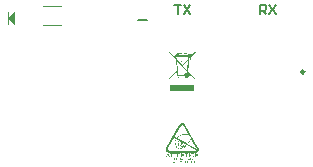
<source format=gto>
G04*
G04 #@! TF.GenerationSoftware,Altium Limited,Altium Designer,22.7.1 (60)*
G04*
G04 Layer_Color=65535*
%FSLAX25Y25*%
%MOIN*%
G70*
G04*
G04 #@! TF.SameCoordinates,1362A066-ECE3-457F-9539-8A17BD865AD3*
G04*
G04*
G04 #@! TF.FilePolarity,Positive*
G04*
G01*
G75*
%ADD10C,0.00984*%
%ADD11C,0.00787*%
%ADD12C,0.00394*%
G36*
X12795Y53150D02*
X15157Y55512D01*
Y50787D01*
X12795Y53150D01*
D02*
G37*
G36*
X75451Y41870D02*
X73673Y40048D01*
X73862D01*
Y39071D01*
X73163D01*
X73031Y37540D01*
X72842Y35426D01*
X75174Y33005D01*
X75000Y32816D01*
X72813Y35076D01*
X72798Y34945D01*
X72900Y34901D01*
X73017Y34828D01*
X73119Y34726D01*
X73192Y34624D01*
X73250Y34507D01*
X73294Y34391D01*
X73323Y34274D01*
X73338Y34128D01*
X73323Y33997D01*
X73279Y33851D01*
X73206Y33691D01*
X73104Y33545D01*
X73002Y33443D01*
X72871Y33355D01*
X72711Y33297D01*
X72579Y33253D01*
X72404D01*
X72229Y33268D01*
X72040Y33326D01*
X71879Y33443D01*
X71763Y33574D01*
X71675Y33691D01*
X71617Y33807D01*
X69897D01*
Y33210D01*
X69342D01*
Y33807D01*
X69270D01*
X69124Y35368D01*
X66631Y32816D01*
X66456Y32991D01*
X69095Y35717D01*
X68978Y36928D01*
X68818Y38604D01*
X68745Y39304D01*
X66281Y41870D01*
X66456Y42045D01*
X68716Y39698D01*
X68657Y40266D01*
X68278D01*
Y40718D01*
X68628D01*
X68613Y40820D01*
X68643Y40879D01*
X68672Y40922D01*
X68730Y40981D01*
X68818Y41054D01*
X68905Y41112D01*
X69007Y41170D01*
X69109Y41214D01*
X69182Y41258D01*
Y41535D01*
X69780D01*
Y41418D01*
X69969Y41447D01*
X70159Y41477D01*
X70334Y41491D01*
X70451D01*
Y41681D01*
X71850D01*
Y41462D01*
X72025Y41447D01*
X72244Y41404D01*
X72448Y41360D01*
X72652Y41302D01*
X72842Y41229D01*
X72973Y41170D01*
X73075Y41097D01*
X73148Y41039D01*
X73177Y41083D01*
X73250Y41127D01*
X73338Y41156D01*
X73440Y41170D01*
X73542Y41156D01*
X73644Y41112D01*
X73716Y41054D01*
X73775Y40952D01*
X73804Y40893D01*
X73819Y40806D01*
X73804Y40733D01*
X73789Y40675D01*
X73760Y40602D01*
X73716Y40558D01*
X73673Y40514D01*
X73629Y40485D01*
X73600Y40456D01*
Y40325D01*
X75262Y42045D01*
X75451Y41870D01*
D02*
G37*
G36*
X74781Y30804D02*
Y30775D01*
Y30746D01*
Y30687D01*
Y30600D01*
Y30498D01*
Y30483D01*
Y30439D01*
Y30381D01*
Y30294D01*
Y30192D01*
Y30075D01*
Y29812D01*
Y29798D01*
Y29754D01*
Y29681D01*
Y29579D01*
Y29360D01*
Y29127D01*
Y29113D01*
Y29083D01*
Y28981D01*
Y28865D01*
Y28836D01*
Y28821D01*
X66806D01*
Y28865D01*
Y28894D01*
Y28952D01*
Y29025D01*
Y29127D01*
Y29142D01*
Y29186D01*
Y29244D01*
Y29331D01*
Y29433D01*
Y29550D01*
Y29812D01*
Y29827D01*
Y29871D01*
Y29944D01*
Y30046D01*
Y30264D01*
Y30498D01*
Y30512D01*
Y30542D01*
Y30600D01*
Y30658D01*
Y30716D01*
Y30775D01*
Y30804D01*
Y30819D01*
X74781D01*
Y30804D01*
D02*
G37*
G36*
X71034Y18164D02*
X71136Y18135D01*
X71253Y18106D01*
X71384Y18048D01*
X71500Y17975D01*
X71632Y17873D01*
X71646Y17858D01*
X71675Y17829D01*
X71748Y17756D01*
X71763Y17741D01*
X71777Y17712D01*
X71836Y17625D01*
X76239Y9999D01*
X76253Y9985D01*
X76268Y9941D01*
X76297Y9854D01*
X76341Y9752D01*
X76370Y9635D01*
X76385Y9489D01*
Y9343D01*
X76370Y9183D01*
Y9168D01*
X76355Y9139D01*
X76341Y9081D01*
X76326Y9023D01*
Y9008D01*
X76312Y8979D01*
X76283Y8935D01*
X76253Y8862D01*
X76239D01*
X76224Y8848D01*
X76195Y8804D01*
X76151Y8731D01*
X76078Y8658D01*
X75991Y8571D01*
X75889Y8483D01*
X75758Y8410D01*
X75612Y8352D01*
X75597D01*
X75554Y8337D01*
X75495Y8323D01*
X75437D01*
X75422Y8308D01*
X75364D01*
X75291Y8294D01*
X66412D01*
X66325Y8308D01*
X66222Y8337D01*
X66091Y8366D01*
X65960Y8425D01*
X65829Y8498D01*
X65697Y8600D01*
X65683Y8614D01*
X65654Y8643D01*
X65581Y8716D01*
X65566Y8731D01*
X65552Y8760D01*
X65493Y8862D01*
X65479Y8877D01*
X65464Y8920D01*
X65435Y8993D01*
X65391Y9095D01*
X65362Y9212D01*
X65348Y9343D01*
Y9489D01*
X65362Y9650D01*
Y9664D01*
X65377Y9708D01*
X65391Y9766D01*
X65406Y9810D01*
Y9825D01*
X65421Y9854D01*
X65450Y9897D01*
X65479Y9956D01*
Y9970D01*
Y9985D01*
X65493D01*
X69882Y17596D01*
Y17610D01*
X69911Y17639D01*
X69969Y17727D01*
X70086Y17858D01*
X70217Y17975D01*
X70246Y17989D01*
X70305Y18018D01*
X70319Y18033D01*
X70349Y18048D01*
X70407Y18077D01*
X70465Y18106D01*
X70553Y18135D01*
X70655Y18150D01*
X70757Y18179D01*
X70946D01*
X71034Y18164D01*
D02*
G37*
G36*
X76239Y6719D02*
X76049D01*
X75320Y7827D01*
Y6719D01*
X75145D01*
Y8119D01*
X75335D01*
X76064Y7025D01*
Y8119D01*
X76239D01*
Y6719D01*
D02*
G37*
G36*
X71588D02*
X71398D01*
X70655Y7827D01*
Y6719D01*
X70480D01*
Y8119D01*
X70669D01*
X71413Y7025D01*
Y8119D01*
X71588D01*
Y6719D01*
D02*
G37*
G36*
X73308D02*
X73119D01*
Y8119D01*
X73308D01*
Y6719D01*
D02*
G37*
G36*
X72900Y7958D02*
X72434D01*
Y6719D01*
X72244D01*
Y7958D01*
X71792D01*
Y8119D01*
X72900D01*
Y7958D01*
D02*
G37*
G36*
X70203D02*
X69372D01*
Y7521D01*
X70144D01*
Y7361D01*
X69372D01*
Y6879D01*
X70232D01*
Y6719D01*
X69182D01*
Y8119D01*
X70203D01*
Y7958D01*
D02*
G37*
G36*
X68993D02*
X68526D01*
Y6719D01*
X68351D01*
Y7958D01*
X67884D01*
Y8119D01*
X68993D01*
Y7958D01*
D02*
G37*
G36*
X67797D02*
X67345D01*
Y6719D01*
X67155D01*
Y7958D01*
X66689D01*
Y8119D01*
X67797D01*
Y7958D01*
D02*
G37*
G36*
X66791Y6719D02*
X66587D01*
X66426Y7142D01*
X65843D01*
X65683Y6719D01*
X65493D01*
X66018Y8119D01*
X66222D01*
X66791Y6719D01*
D02*
G37*
G36*
X74358Y8133D02*
X74475Y8104D01*
X74591Y8046D01*
X74620Y8031D01*
X74679Y7987D01*
X74752Y7900D01*
X74825Y7798D01*
Y7783D01*
X74839Y7769D01*
X74868Y7681D01*
X74897Y7565D01*
X74912Y7419D01*
Y7404D01*
Y7390D01*
X74897Y7288D01*
X74883Y7171D01*
X74825Y7040D01*
X74810Y7011D01*
X74766Y6938D01*
X74679Y6865D01*
X74577Y6792D01*
X74548Y6777D01*
X74475Y6748D01*
X74373Y6719D01*
X74241Y6704D01*
X74212D01*
X74125Y6719D01*
X74008Y6748D01*
X73892Y6792D01*
X73862Y6806D01*
X73804Y6865D01*
X73716Y6938D01*
X73644Y7054D01*
Y7069D01*
X73629Y7083D01*
X73615Y7156D01*
X73585Y7273D01*
X73571Y7404D01*
Y7419D01*
Y7463D01*
X73585Y7521D01*
X73600Y7608D01*
X73658Y7783D01*
X73702Y7871D01*
X73760Y7944D01*
X73775Y7958D01*
X73789Y7973D01*
X73833Y8002D01*
X73892Y8046D01*
X74037Y8119D01*
X74139Y8133D01*
X74241Y8148D01*
X74271D01*
X74358Y8133D01*
D02*
G37*
G36*
X72025Y6486D02*
X72040D01*
X72054Y6471D01*
X72127Y6413D01*
Y6398D01*
X72142Y6384D01*
X72157Y6296D01*
X72069D01*
Y6311D01*
X72054Y6340D01*
X72040Y6369D01*
X72011Y6398D01*
X71982Y6413D01*
X71952Y6427D01*
X71850D01*
X71807Y6413D01*
X71777Y6398D01*
X71763Y6384D01*
X71748Y6354D01*
X71734Y6325D01*
Y6296D01*
X71763Y6252D01*
X71792Y6238D01*
X71836Y6223D01*
X71909Y6209D01*
X71923D01*
X71967Y6194D01*
X72011Y6179D01*
X72054Y6165D01*
X72069D01*
X72084Y6150D01*
X72142Y6092D01*
X72157Y6063D01*
X72171Y5990D01*
Y5961D01*
X72142Y5888D01*
X72113Y5873D01*
X72054Y5830D01*
X72040D01*
X72011Y5815D01*
X71923Y5800D01*
X71865D01*
X71807Y5815D01*
X71763Y5830D01*
X71748D01*
X71734Y5844D01*
X71661Y5903D01*
Y5917D01*
X71646Y5932D01*
X71632Y5975D01*
X71617Y6019D01*
X71705Y6034D01*
Y6005D01*
X71734Y5946D01*
X71748Y5932D01*
X71777Y5917D01*
X71807Y5888D01*
X72011D01*
X72025Y5903D01*
X72069Y5932D01*
X72084Y5946D01*
Y5990D01*
Y6005D01*
X72069Y6048D01*
X72054Y6063D01*
X72011Y6092D01*
X71982D01*
X71938Y6107D01*
X71879Y6121D01*
X71865D01*
X71821Y6136D01*
X71777Y6150D01*
X71748Y6165D01*
X71734D01*
X71719Y6179D01*
X71690Y6209D01*
X71675Y6238D01*
X71661Y6252D01*
X71646Y6311D01*
Y6325D01*
Y6340D01*
X71675Y6413D01*
Y6427D01*
X71705Y6442D01*
X71763Y6486D01*
X71777D01*
X71807Y6500D01*
X71894Y6515D01*
X71938D01*
X72025Y6486D01*
D02*
G37*
G36*
X74693D02*
X74752Y6457D01*
X74766Y6442D01*
X74796Y6413D01*
X74825Y6369D01*
X74854Y6311D01*
X74766Y6282D01*
Y6296D01*
X74752Y6325D01*
X74723Y6369D01*
X74693Y6398D01*
X74679D01*
X74664Y6413D01*
X74577Y6427D01*
X74533D01*
X74431Y6398D01*
Y6384D01*
X74402Y6369D01*
X74358Y6282D01*
Y6267D01*
Y6238D01*
X74344Y6150D01*
Y6136D01*
Y6107D01*
X74358Y6005D01*
Y5990D01*
X74387Y5961D01*
X74402Y5932D01*
X74445Y5903D01*
X74489D01*
X74562Y5888D01*
X74606D01*
X74650Y5903D01*
X74693Y5917D01*
X74708Y5932D01*
X74723Y5946D01*
X74752Y5990D01*
X74766Y6048D01*
X74868Y6019D01*
Y6005D01*
X74839Y5961D01*
X74810Y5903D01*
X74752Y5873D01*
X74737Y5859D01*
X74708Y5844D01*
X74650Y5815D01*
X74577Y5800D01*
X74562D01*
X74504Y5815D01*
X74445Y5830D01*
X74387Y5859D01*
X74373D01*
X74344Y5888D01*
X74314Y5917D01*
X74285Y5961D01*
Y5975D01*
X74271Y6019D01*
X74256Y6077D01*
X74241Y6150D01*
Y6165D01*
Y6223D01*
X74256Y6282D01*
X74285Y6340D01*
X74300Y6354D01*
X74314Y6384D01*
X74358Y6427D01*
X74402Y6471D01*
X74416Y6486D01*
X74460Y6500D01*
X74518Y6515D01*
X74635D01*
X74693Y6486D01*
D02*
G37*
G36*
X69313D02*
X69372Y6457D01*
X69386Y6442D01*
X69401Y6413D01*
X69430Y6369D01*
X69459Y6311D01*
X69372Y6282D01*
Y6296D01*
X69357Y6325D01*
X69342Y6369D01*
X69299Y6398D01*
X69270Y6413D01*
X69197Y6427D01*
X69153D01*
X69051Y6398D01*
Y6384D01*
X69022Y6369D01*
X68978Y6282D01*
Y6267D01*
X68963Y6238D01*
X68949Y6150D01*
Y6136D01*
Y6107D01*
X68978Y6005D01*
Y5990D01*
X69007Y5961D01*
X69022Y5932D01*
X69065Y5903D01*
X69109D01*
X69182Y5888D01*
X69226D01*
X69270Y5903D01*
X69313Y5917D01*
X69328D01*
X69342Y5946D01*
X69357Y5990D01*
X69386Y6048D01*
X69474Y6019D01*
Y6005D01*
X69445Y5961D01*
X69415Y5903D01*
X69372Y5873D01*
X69357Y5859D01*
X69313Y5844D01*
X69255Y5815D01*
X69197Y5800D01*
X69182D01*
X69124Y5815D01*
X69065Y5830D01*
X69007Y5859D01*
X68993D01*
X68963Y5888D01*
X68934Y5917D01*
X68891Y5961D01*
Y5975D01*
X68876Y6019D01*
X68861Y6077D01*
Y6150D01*
Y6165D01*
Y6223D01*
X68876Y6282D01*
X68905Y6340D01*
X68920Y6354D01*
X68934Y6384D01*
X68978Y6427D01*
X69022Y6471D01*
X69036Y6486D01*
X69065Y6500D01*
X69124Y6515D01*
X69255D01*
X69313Y6486D01*
D02*
G37*
G36*
X74110Y5815D02*
X74008D01*
Y6500D01*
X74110D01*
Y5815D01*
D02*
G37*
G36*
X73906Y6413D02*
X73673D01*
Y5815D01*
X73585D01*
Y6413D01*
X73352D01*
Y6500D01*
X73906D01*
Y6413D01*
D02*
G37*
G36*
X73410Y5815D02*
X73294D01*
X73221Y6005D01*
X72929D01*
X72842Y5815D01*
X72754D01*
X73017Y6500D01*
X73119D01*
X73410Y5815D01*
D02*
G37*
G36*
X72798Y6413D02*
X72565D01*
Y5815D01*
X72477D01*
Y6413D01*
X72244D01*
Y6500D01*
X72798D01*
Y6413D01*
D02*
G37*
G36*
X70640Y6486D02*
X70655D01*
X70669Y6471D01*
X70698Y6442D01*
X70713Y6413D01*
Y6398D01*
X70728Y6384D01*
X70742Y6311D01*
Y6296D01*
Y6267D01*
X70728Y6223D01*
X70698Y6179D01*
X70684D01*
X70669Y6150D01*
X70626Y6136D01*
X70553Y6121D01*
X70567Y6107D01*
X70611Y6077D01*
X70626Y6063D01*
X70684Y5990D01*
X70801Y5815D01*
X70684D01*
X70596Y5946D01*
Y5961D01*
X70567Y5990D01*
X70553Y6019D01*
X70524Y6048D01*
X70509Y6063D01*
X70480Y6092D01*
X70465D01*
X70436Y6107D01*
X70290D01*
Y5815D01*
X70188D01*
Y6500D01*
X70553D01*
X70640Y6486D01*
D02*
G37*
G36*
X70101Y6413D02*
X69867D01*
Y5815D01*
X69765D01*
Y6413D01*
X69547D01*
Y6500D01*
X70101D01*
Y6413D01*
D02*
G37*
G36*
X68745D02*
X68336D01*
Y6209D01*
X68716D01*
Y6121D01*
X68336D01*
Y5888D01*
X68759D01*
Y5815D01*
X68234D01*
Y6500D01*
X68745D01*
Y6413D01*
D02*
G37*
G36*
X67782Y5888D02*
X68132D01*
Y5815D01*
X67695D01*
Y6500D01*
X67782D01*
Y5888D01*
D02*
G37*
G36*
X67549Y6413D02*
X67141D01*
Y6209D01*
X67520D01*
Y6121D01*
X67141D01*
Y5888D01*
X67564D01*
Y5815D01*
X67039D01*
Y6500D01*
X67549D01*
Y6413D01*
D02*
G37*
G36*
X71311Y6486D02*
X71369Y6457D01*
X71384D01*
X71413Y6427D01*
X71457Y6398D01*
X71486Y6340D01*
X71500Y6325D01*
X71515Y6282D01*
X71530Y6223D01*
Y6150D01*
Y6136D01*
Y6077D01*
X71515Y6019D01*
X71486Y5961D01*
X71471Y5946D01*
X71457Y5917D01*
X71369Y5844D01*
X71355D01*
X71325Y5830D01*
X71267Y5815D01*
X71194Y5800D01*
X71180D01*
X71136Y5815D01*
X71078Y5830D01*
X71019Y5859D01*
X71005D01*
X70976Y5888D01*
X70932Y5917D01*
X70903Y5961D01*
Y5975D01*
X70888Y6005D01*
X70873Y6063D01*
Y6136D01*
Y6150D01*
Y6165D01*
X70888Y6238D01*
X70917Y6325D01*
X70961Y6413D01*
X70976Y6427D01*
X71019Y6471D01*
X71092Y6500D01*
X71194Y6515D01*
X71253D01*
X71311Y6486D01*
D02*
G37*
G36*
X68891Y5553D02*
X68905D01*
X68920Y5538D01*
X68993Y5480D01*
Y5465D01*
X69007Y5451D01*
X69022Y5363D01*
X68934D01*
Y5378D01*
X68920Y5407D01*
X68905Y5436D01*
X68876Y5465D01*
X68861D01*
X68847Y5480D01*
X68759Y5494D01*
X68716D01*
X68672Y5480D01*
X68643Y5465D01*
X68628Y5451D01*
X68613Y5421D01*
X68599Y5392D01*
Y5363D01*
X68628Y5334D01*
X68657Y5319D01*
X68701Y5305D01*
X68774Y5275D01*
X68788D01*
X68818Y5261D01*
X68920Y5232D01*
X68934D01*
X68949Y5217D01*
X68978Y5203D01*
X69007Y5159D01*
X69022Y5144D01*
X69036Y5071D01*
Y5057D01*
Y5042D01*
X69007Y4955D01*
X68993Y4926D01*
X68920Y4882D01*
X68905D01*
X68876Y4867D01*
X68788Y4853D01*
X68730D01*
X68672Y4867D01*
X68628Y4882D01*
X68613D01*
X68584Y4911D01*
X68555Y4926D01*
X68526Y4969D01*
Y4984D01*
X68511Y5013D01*
X68497Y5057D01*
X68482Y5100D01*
X68570D01*
Y5071D01*
X68599Y5013D01*
X68613Y4998D01*
X68643Y4984D01*
X68672Y4955D01*
X68701D01*
X68774Y4940D01*
X68803D01*
X68876Y4955D01*
X68891Y4969D01*
X68934Y4998D01*
X68949Y5013D01*
Y5057D01*
Y5071D01*
Y5086D01*
X68934Y5115D01*
X68920Y5130D01*
X68861Y5159D01*
X68847D01*
X68832Y5173D01*
X68745Y5188D01*
X68730D01*
X68686Y5203D01*
X68643Y5217D01*
X68613Y5232D01*
X68599D01*
X68584Y5246D01*
X68555Y5275D01*
X68541Y5305D01*
X68526Y5334D01*
X68511Y5392D01*
Y5407D01*
Y5421D01*
X68541Y5480D01*
Y5494D01*
X68570Y5509D01*
X68584Y5538D01*
X68628Y5553D01*
X68643D01*
X68672Y5567D01*
X68759Y5582D01*
X68803D01*
X68891Y5553D01*
D02*
G37*
G36*
X66893D02*
X66908D01*
X66922Y5538D01*
X66981Y5480D01*
Y5465D01*
X66995Y5451D01*
X67010Y5363D01*
X66922D01*
Y5378D01*
Y5407D01*
X66908Y5436D01*
X66878Y5465D01*
X66864D01*
X66849Y5480D01*
X66806Y5494D01*
X66703D01*
X66660Y5480D01*
X66631Y5465D01*
X66616Y5451D01*
X66602Y5421D01*
X66587Y5392D01*
Y5378D01*
X66616Y5334D01*
X66645Y5319D01*
X66689Y5305D01*
X66762Y5275D01*
X66776D01*
X66820Y5261D01*
X66908Y5232D01*
X66922D01*
X66937Y5217D01*
X66981Y5203D01*
X67010Y5159D01*
X67024Y5144D01*
X67039Y5071D01*
Y5057D01*
Y5042D01*
X67010Y4955D01*
X66981Y4926D01*
X66908Y4882D01*
X66893D01*
X66864Y4867D01*
X66776Y4853D01*
X66718D01*
X66616Y4882D01*
X66602D01*
X66587Y4911D01*
X66514Y4969D01*
Y4984D01*
X66499Y5013D01*
X66485Y5100D01*
X66572D01*
Y5086D01*
Y5071D01*
X66602Y5013D01*
X66616Y4998D01*
X66660Y4955D01*
X66703D01*
X66776Y4940D01*
X66806D01*
X66864Y4955D01*
X66878D01*
X66893Y4969D01*
X66922Y4998D01*
X66937Y5013D01*
X66951Y5057D01*
Y5071D01*
X66922Y5115D01*
X66908Y5130D01*
X66864Y5159D01*
X66849D01*
X66820Y5173D01*
X66733Y5188D01*
X66718D01*
X66689Y5203D01*
X66645Y5217D01*
X66602Y5232D01*
X66572Y5246D01*
X66529Y5305D01*
X66514Y5334D01*
X66499Y5392D01*
Y5407D01*
Y5421D01*
X66529Y5480D01*
X66543Y5494D01*
X66558Y5509D01*
X66587Y5538D01*
X66631Y5553D01*
X66645D01*
X66674Y5567D01*
X66747Y5582D01*
X66791D01*
X66893Y5553D01*
D02*
G37*
G36*
X74577D02*
X74635Y5523D01*
X74650Y5509D01*
X74679Y5494D01*
X74708Y5451D01*
X74737Y5378D01*
X74650Y5348D01*
Y5363D01*
X74635Y5392D01*
X74606Y5436D01*
X74577Y5465D01*
X74562Y5480D01*
X74548Y5494D01*
X74504Y5509D01*
X74416D01*
X74373Y5494D01*
X74329Y5465D01*
X74314D01*
X74285Y5436D01*
X74256Y5407D01*
X74241Y5363D01*
Y5348D01*
Y5319D01*
X74227Y5217D01*
Y5203D01*
Y5173D01*
X74256Y5071D01*
Y5057D01*
X74271Y5028D01*
X74300Y4998D01*
X74329Y4969D01*
X74344D01*
X74373Y4955D01*
X74445Y4940D01*
X74489D01*
X74533Y4955D01*
X74577Y4984D01*
X74591Y4998D01*
X74606Y5013D01*
X74635Y5057D01*
X74650Y5115D01*
X74737Y5086D01*
Y5071D01*
X74708Y5028D01*
X74679Y4969D01*
X74635Y4911D01*
X74620Y4896D01*
X74591Y4882D01*
X74533Y4867D01*
X74460Y4853D01*
X74387D01*
X74329Y4867D01*
X74271Y4896D01*
X74256Y4911D01*
X74227Y4940D01*
X74198Y4984D01*
X74168Y5042D01*
Y5057D01*
X74154Y5086D01*
X74139Y5144D01*
X74125Y5217D01*
Y5232D01*
Y5290D01*
X74139Y5348D01*
X74168Y5407D01*
X74183Y5421D01*
X74198Y5451D01*
X74241Y5494D01*
X74285Y5538D01*
X74300Y5553D01*
X74329Y5567D01*
X74387Y5582D01*
X74518D01*
X74577Y5553D01*
D02*
G37*
G36*
X68366Y4867D02*
X68264D01*
X67899Y5421D01*
Y4867D01*
X67812D01*
Y5567D01*
X67899D01*
X68278Y5013D01*
Y5567D01*
X68366D01*
Y4867D01*
D02*
G37*
G36*
X73527D02*
X73440D01*
X73163Y5567D01*
X73264D01*
X73440Y5057D01*
Y5042D01*
X73454Y5013D01*
X73483Y4940D01*
Y4955D01*
Y4984D01*
X73512Y5057D01*
X73702Y5567D01*
X73804D01*
X73527Y4867D01*
D02*
G37*
G36*
X70596D02*
X70509D01*
X70232Y5567D01*
X70334D01*
X70509Y5057D01*
X70524Y5042D01*
X70538Y4998D01*
X70553Y4940D01*
Y4955D01*
X70567Y4984D01*
X70596Y5057D01*
X70771Y5567D01*
X70873D01*
X70596Y4867D01*
D02*
G37*
G36*
X75364Y5480D02*
X74956D01*
Y5275D01*
X75335D01*
Y5188D01*
X74956D01*
Y4955D01*
X75379D01*
Y4867D01*
X74868D01*
Y5567D01*
X75364D01*
Y5480D01*
D02*
G37*
G36*
X73994Y4867D02*
X73906D01*
Y5567D01*
X73994D01*
Y4867D01*
D02*
G37*
G36*
X73090Y5480D02*
X72681D01*
Y5275D01*
X73060D01*
Y5188D01*
X72681D01*
Y4955D01*
X73104D01*
Y4867D01*
X72579D01*
Y5567D01*
X73090D01*
Y5480D01*
D02*
G37*
G36*
X72244Y5553D02*
X72259D01*
X72273Y5538D01*
X72346Y5509D01*
X72361Y5494D01*
X72375Y5480D01*
X72434Y5392D01*
Y5378D01*
X72448Y5348D01*
Y5290D01*
Y5217D01*
Y5203D01*
Y5173D01*
Y5130D01*
X72434Y5086D01*
Y5071D01*
X72419Y5057D01*
X72390Y4984D01*
X72361Y4955D01*
X72331Y4911D01*
X72302Y4896D01*
X72244Y4882D01*
X72215D01*
X72127Y4867D01*
X71879D01*
Y5567D01*
X72157D01*
X72244Y5553D01*
D02*
G37*
G36*
X71457Y5480D02*
X71048D01*
Y5275D01*
X71428D01*
Y5188D01*
X71048D01*
Y4955D01*
X71471D01*
Y4867D01*
X70961D01*
Y5567D01*
X71457D01*
Y5480D01*
D02*
G37*
G36*
X70144Y4867D02*
X70042D01*
Y5567D01*
X70144D01*
Y4867D01*
D02*
G37*
G36*
X69940Y5480D02*
X69707D01*
Y4867D01*
X69620D01*
Y5480D01*
X69386D01*
Y5567D01*
X69940D01*
Y5480D01*
D02*
G37*
G36*
X69270Y4867D02*
X69182D01*
Y5567D01*
X69270D01*
Y4867D01*
D02*
G37*
G36*
X67666Y5480D02*
X67258D01*
Y5275D01*
X67637D01*
Y5188D01*
X67258D01*
Y4955D01*
X67680D01*
Y4867D01*
X67170D01*
Y5567D01*
X67666D01*
Y5480D01*
D02*
G37*
%LPC*%
G36*
X71602Y41433D02*
X70713D01*
Y41287D01*
X71602D01*
Y41433D01*
D02*
G37*
G36*
X69532Y41287D02*
X69430D01*
Y40952D01*
X69532D01*
Y41287D01*
D02*
G37*
G36*
X70451Y41229D02*
X70203Y41214D01*
X69984Y41185D01*
X69780Y41141D01*
Y40718D01*
X73031D01*
Y40777D01*
X72929Y40879D01*
X72798Y40952D01*
X72623Y41039D01*
X72404Y41097D01*
X72142Y41156D01*
X71850Y41199D01*
Y41039D01*
X70451D01*
Y41229D01*
D02*
G37*
G36*
X69182Y40966D02*
X69036Y40893D01*
X68949Y40835D01*
X68876Y40762D01*
Y40718D01*
X69182D01*
Y40966D01*
D02*
G37*
G36*
X73425Y40922D02*
X73410D01*
X73367Y40908D01*
X73323Y40864D01*
X73308Y40791D01*
Y40777D01*
X73323Y40733D01*
X73352Y40689D01*
X73425Y40675D01*
X73440D01*
X73498Y40689D01*
X73542Y40718D01*
X73556Y40791D01*
Y40806D01*
X73542Y40864D01*
X73498Y40908D01*
X73425Y40922D01*
D02*
G37*
G36*
X73600Y39800D02*
X73119D01*
Y39319D01*
X73600D01*
Y39800D01*
D02*
G37*
G36*
X71982Y38706D02*
X70669D01*
Y38619D01*
X71982D01*
Y38706D01*
D02*
G37*
G36*
X73002Y40266D02*
X68920D01*
X68993Y39421D01*
X70844Y37496D01*
X71690Y38371D01*
X70421D01*
Y38954D01*
X72259D01*
X72871Y39581D01*
Y40048D01*
X72973D01*
X73002Y40266D01*
D02*
G37*
G36*
X69036Y39013D02*
X69328Y35936D01*
X70669Y37321D01*
X69036Y39013D01*
D02*
G37*
G36*
X72871Y39217D02*
X72259Y38590D01*
Y38371D01*
X72040D01*
X71019Y37321D01*
X72609Y35674D01*
X72900Y39071D01*
X72871D01*
Y39217D01*
D02*
G37*
G36*
X70844Y37132D02*
X69357Y35601D01*
X69503Y34070D01*
X71559D01*
X71544Y34201D01*
X71588Y34391D01*
X71661Y34566D01*
X71763Y34711D01*
X71865Y34813D01*
X71982Y34901D01*
X72142Y34974D01*
X72302Y35017D01*
X72434Y35032D01*
X72550Y35017D01*
X72579Y35338D01*
X70844Y37132D01*
D02*
G37*
G36*
X72434Y34580D02*
X72361D01*
X72302Y34551D01*
X72215Y34522D01*
X72142Y34478D01*
X72069Y34391D01*
X72011Y34288D01*
X71996Y34143D01*
Y34128D01*
X72011Y34070D01*
X72025Y34012D01*
X72054Y33924D01*
X72098Y33851D01*
X72186Y33778D01*
X72288Y33720D01*
X72434Y33705D01*
X72448D01*
X72506Y33720D01*
X72579Y33735D01*
X72652Y33764D01*
X72740Y33807D01*
X72798Y33895D01*
X72856Y33997D01*
X72871Y34143D01*
Y34157D01*
Y34216D01*
X72842Y34288D01*
X72813Y34361D01*
X72769Y34449D01*
X72681Y34507D01*
X72579Y34566D01*
X72434Y34580D01*
D02*
G37*
G36*
X69649Y33807D02*
X69590D01*
Y33457D01*
X69649D01*
Y33807D01*
D02*
G37*
%LPD*%
G36*
X72579Y34405D02*
X72638Y34361D01*
X72681Y34318D01*
X72711Y34245D01*
X72725Y34143D01*
Y34128D01*
Y34099D01*
X72696Y33997D01*
X72652Y33939D01*
X72609Y33895D01*
X72536Y33866D01*
X72434Y33851D01*
X72390D01*
X72288Y33895D01*
X72229Y33924D01*
X72186Y33968D01*
X72157Y34041D01*
X72142Y34143D01*
Y34157D01*
Y34187D01*
X72186Y34288D01*
X72215Y34347D01*
X72259Y34391D01*
X72331Y34420D01*
X72434Y34434D01*
X72477D01*
X72579Y34405D01*
D02*
G37*
%LPC*%
G36*
X72463Y34187D02*
X72419D01*
X72404Y34172D01*
X72390Y34143D01*
Y34128D01*
X72404Y34114D01*
X72434Y34099D01*
X72463D01*
X72477Y34114D01*
Y34143D01*
Y34157D01*
Y34172D01*
X72463Y34187D01*
D02*
G37*
G36*
X70873Y17435D02*
X70844D01*
X70771Y17421D01*
X70669Y17406D01*
X70553Y17348D01*
X70538Y17333D01*
X70524Y17319D01*
X70509D01*
X70494Y17304D01*
X70451Y17260D01*
X70392Y17202D01*
X70334Y17115D01*
X68366Y13703D01*
X69007Y13338D01*
X69022Y13353D01*
X69051Y13397D01*
X69124Y13455D01*
X69211Y13528D01*
X69226Y13542D01*
X69284Y13571D01*
X69357Y13630D01*
X69459Y13688D01*
X69474Y13703D01*
X69517Y13732D01*
X69532D01*
X69547Y13747D01*
X69590Y13776D01*
X69605D01*
X69620Y13790D01*
X69678Y13834D01*
X69751Y13878D01*
X69794Y13907D01*
X69809Y13921D01*
X69853Y13951D01*
X69926Y13994D01*
X70028Y14053D01*
X70246Y14184D01*
X70363Y14242D01*
X70480Y14286D01*
X70494D01*
X70538Y14300D01*
X70611Y14330D01*
X70698Y14344D01*
X70801Y14359D01*
X70932Y14373D01*
X71078Y14388D01*
X71253D01*
X71325Y14373D01*
X71588D01*
X71719Y14359D01*
X71982D01*
X72040Y14373D01*
X72171Y14403D01*
X72331Y14446D01*
X72827Y14650D01*
X71398Y17129D01*
X71384D01*
X71369Y17144D01*
X71340Y17202D01*
Y17217D01*
X71311Y17231D01*
X71282Y17260D01*
X71267Y17275D01*
X71253Y17289D01*
X71165Y17348D01*
X71034Y17391D01*
X70961Y17421D01*
X70873D01*
Y17435D01*
D02*
G37*
G36*
X72900Y14505D02*
X72390Y14300D01*
X72375D01*
X72346Y14286D01*
X72302Y14271D01*
X72244Y14242D01*
X72098Y14213D01*
X71923Y14184D01*
X71763D01*
X71617Y14198D01*
X71428Y14213D01*
X70976D01*
X70757Y14184D01*
X70538Y14140D01*
X70524D01*
X70494Y14126D01*
X70436Y14096D01*
X70349Y14053D01*
X70261Y14009D01*
X70144Y13951D01*
X70028Y13863D01*
X69897Y13776D01*
X69882Y13761D01*
X69838Y13747D01*
X69780Y13703D01*
X69678Y13630D01*
X69649Y13615D01*
X69605Y13601D01*
X69547Y13557D01*
X69532Y13542D01*
X69474Y13513D01*
X69401Y13455D01*
X69313Y13397D01*
X69299Y13382D01*
X69255Y13353D01*
X69211Y13309D01*
X69153Y13251D01*
X72302Y11428D01*
X72317D01*
X72361Y11443D01*
X72419Y11472D01*
X72506Y11516D01*
X72609Y11574D01*
X72725Y11661D01*
X72856Y11778D01*
X73002Y11909D01*
X73017Y11924D01*
X73031Y11939D01*
X73104Y12026D01*
X73119Y12041D01*
X73133Y12055D01*
X73192Y12128D01*
X73206Y12143D01*
X73221Y12186D01*
X73264Y12274D01*
X73323Y12405D01*
Y12420D01*
X73338Y12434D01*
X73367Y12522D01*
X73396Y12609D01*
X73440Y12711D01*
X73454Y12741D01*
X73498Y12799D01*
X73556Y12872D01*
X73629Y12959D01*
X73644Y12974D01*
X73673Y12988D01*
X73746Y13047D01*
X72900Y14505D01*
D02*
G37*
G36*
X70640Y11822D02*
Y11807D01*
Y11778D01*
X70626Y11749D01*
Y11720D01*
Y11705D01*
Y11676D01*
X70655Y11589D01*
Y11574D01*
X70669Y11545D01*
X70684Y11530D01*
X70698Y11487D01*
X70728Y11428D01*
X70757Y11384D01*
X70771D01*
X70786Y11414D01*
X70859Y11457D01*
X70946Y11530D01*
X71034Y11603D01*
X70640Y11822D01*
D02*
G37*
G36*
X70217Y12070D02*
Y12055D01*
X70188Y12041D01*
X70144Y11953D01*
Y11939D01*
Y11909D01*
X70130Y11851D01*
Y11793D01*
Y11778D01*
Y11749D01*
Y11661D01*
Y11574D01*
Y11545D01*
Y11530D01*
Y11501D01*
Y11443D01*
X70144Y11370D01*
X70159Y11297D01*
Y11282D01*
X70174Y11239D01*
X70188Y11210D01*
X70203Y11180D01*
Y11166D01*
X70232Y11122D01*
X70261Y11049D01*
X70319Y10962D01*
Y10976D01*
X70334Y10991D01*
X70349Y11005D01*
X70363Y11020D01*
X70392Y11049D01*
X70451Y11107D01*
X70538Y11195D01*
X70640Y11282D01*
X70626Y11297D01*
X70611Y11326D01*
X70567Y11399D01*
X70524Y11487D01*
X70509Y11516D01*
Y11530D01*
X70494Y11574D01*
X70480Y11632D01*
X70465Y11705D01*
Y11720D01*
Y11764D01*
X70480Y11836D01*
X70494Y11909D01*
X70217Y12070D01*
D02*
G37*
G36*
X69824Y12289D02*
Y12274D01*
X69809Y12216D01*
X69765Y12128D01*
X69692Y12011D01*
X69678Y11997D01*
X69649Y11939D01*
X69605Y11866D01*
X69590Y11807D01*
Y11793D01*
Y11734D01*
X69605Y11647D01*
X69620Y11574D01*
X69649Y11487D01*
Y11472D01*
X69663Y11443D01*
X69678Y11399D01*
X69692Y11341D01*
X69722Y11210D01*
Y11166D01*
Y11122D01*
Y11093D01*
X69707Y11035D01*
X69692Y10933D01*
Y10816D01*
Y10787D01*
X69707Y10772D01*
X69722D01*
X69736Y10758D01*
X69765Y10743D01*
X69794Y10714D01*
X69809D01*
X69824Y10699D01*
X69853Y10670D01*
X69867Y10655D01*
X69897Y10626D01*
X69955Y10597D01*
X69969D01*
X69984Y10568D01*
X70042Y10539D01*
X70057Y10568D01*
X70086Y10626D01*
X70130Y10714D01*
X70203Y10830D01*
X70188Y10860D01*
X70159Y10918D01*
X70101Y11005D01*
X70057Y11107D01*
Y11122D01*
X70042Y11151D01*
X70028Y11180D01*
X70013D01*
Y11195D01*
Y11210D01*
X69999Y11253D01*
Y11268D01*
Y11282D01*
X69984Y11326D01*
X69969Y11414D01*
Y11530D01*
Y11545D01*
Y11574D01*
Y11647D01*
Y11661D01*
Y11691D01*
Y11793D01*
Y11807D01*
Y11866D01*
Y11924D01*
X69984Y11997D01*
Y12011D01*
X70013Y12055D01*
X70072Y12157D01*
X69824Y12289D01*
D02*
G37*
G36*
X71646Y10845D02*
X71632D01*
X71617Y10830D01*
X71559Y10801D01*
X71500Y10758D01*
X71457Y10728D01*
X71442Y10714D01*
X71398Y10670D01*
X71340Y10597D01*
X71282Y10510D01*
Y10495D01*
X71267Y10481D01*
Y10466D01*
X71282D01*
X71296Y10451D01*
X71369Y10408D01*
X71398D01*
X71457Y10393D01*
X71544Y10379D01*
X71661Y10364D01*
X71734D01*
X71792Y10379D01*
X71836Y10408D01*
Y10422D01*
Y10437D01*
X71850Y10481D01*
X71865Y10524D01*
Y10554D01*
Y10568D01*
Y10583D01*
Y10612D01*
X71836Y10641D01*
Y10655D01*
X71821D01*
Y10670D01*
Y10685D01*
X71792Y10699D01*
X71748Y10758D01*
X71675Y10816D01*
X71646Y10845D01*
D02*
G37*
G36*
X71194Y11516D02*
X71165Y11501D01*
X71092Y11443D01*
X70990Y11355D01*
X70844Y11253D01*
X70830D01*
X70815Y11224D01*
X70728Y11151D01*
X70611Y11049D01*
X70494Y10918D01*
X70480Y10903D01*
X70436Y10845D01*
X70378Y10772D01*
X70319Y10670D01*
X70246Y10554D01*
X70188Y10422D01*
X70144Y10291D01*
X70132Y10176D01*
X70130Y10174D01*
Y10160D01*
X70132Y10176D01*
X70144Y10189D01*
X70159Y10218D01*
X70174Y10233D01*
X70188Y10247D01*
X70232Y10276D01*
X70305Y10320D01*
X70392Y10364D01*
X70407D01*
X70421Y10379D01*
X70465D01*
X70480Y10393D01*
X70494D01*
X70524Y10408D01*
X70553D01*
X70640Y10422D01*
X70844D01*
X70859Y10408D01*
X70917Y10393D01*
X70961D01*
X71048Y10364D01*
Y10379D01*
X71063Y10393D01*
X71078Y10437D01*
Y10451D01*
X71092Y10466D01*
X71107Y10524D01*
X71136Y10583D01*
Y10597D01*
X71150Y10612D01*
X71194Y10670D01*
X71267Y10758D01*
X71355Y10845D01*
X71369D01*
X71398Y10874D01*
X71457Y10918D01*
X71544Y10976D01*
X71559D01*
X71573Y10991D01*
X71646Y11049D01*
X71719Y11107D01*
X71792Y11166D01*
X71194Y11516D01*
D02*
G37*
G36*
X71209Y10306D02*
Y10291D01*
X71194Y10233D01*
Y10218D01*
X71165Y10160D01*
X71136Y10072D01*
X71078Y9970D01*
X71092Y9956D01*
X71121Y9941D01*
X71180Y9927D01*
X71253Y9912D01*
X71311D01*
X71355Y9927D01*
X71398Y9956D01*
X71413D01*
X71428Y9970D01*
Y9999D01*
X71442Y10014D01*
Y10043D01*
Y10058D01*
Y10102D01*
Y10160D01*
X71398Y10233D01*
X71384D01*
X71369Y10247D01*
X71340D01*
X71325Y10262D01*
X71311D01*
X71282Y10276D01*
X71238Y10291D01*
X71209Y10306D01*
D02*
G37*
G36*
X68847Y12872D02*
Y12857D01*
Y12843D01*
X68818Y12755D01*
X68774Y12609D01*
X68686Y12434D01*
Y12420D01*
X68672Y12405D01*
X68628Y12318D01*
X68599Y12216D01*
X68570Y12143D01*
Y12113D01*
X68555Y12084D01*
Y12041D01*
X68570Y11968D01*
Y11895D01*
X68599Y11793D01*
X68628Y11676D01*
Y11661D01*
X68643Y11618D01*
X68657Y11574D01*
X68672Y11530D01*
Y11516D01*
Y11487D01*
X68686Y11414D01*
X68716Y11282D01*
X68745Y11093D01*
Y11078D01*
Y11064D01*
X68759Y10962D01*
X68774Y10860D01*
X68803Y10743D01*
X68818Y10714D01*
X68832Y10655D01*
X68876Y10568D01*
X68920Y10466D01*
X68934Y10451D01*
X68949Y10393D01*
X68963Y10335D01*
X68993Y10276D01*
X69022D01*
X69036Y10291D01*
X69124D01*
X69211Y10262D01*
X69270Y10233D01*
X69328Y10204D01*
X69372Y10145D01*
X69430Y10072D01*
X69445Y10043D01*
X69474Y10014D01*
X69488Y9999D01*
X69503Y9970D01*
X69547Y9868D01*
Y9839D01*
Y9781D01*
Y9766D01*
Y9752D01*
Y9722D01*
Y9708D01*
X69561Y9722D01*
X69590Y9737D01*
X69605Y9752D01*
X69649Y9810D01*
X69692Y9883D01*
X69722Y9985D01*
Y10014D01*
Y10043D01*
X69707Y10087D01*
Y10160D01*
X69678Y10262D01*
X69649Y10379D01*
X69605Y10524D01*
X69590Y10539D01*
Y10568D01*
X69576Y10626D01*
X69561Y10641D01*
Y10670D01*
X69547Y10714D01*
Y10728D01*
X69532Y10758D01*
Y10772D01*
Y10816D01*
Y10830D01*
Y10845D01*
Y10933D01*
Y11035D01*
X69561Y11166D01*
Y11180D01*
Y11210D01*
X69547Y11297D01*
X69532Y11355D01*
X69503Y11428D01*
Y11443D01*
X69488Y11472D01*
X69474Y11530D01*
X69459Y11589D01*
X69430Y11720D01*
X69415Y11793D01*
Y11836D01*
Y11851D01*
X69445Y11909D01*
X69488Y11997D01*
X69561Y12099D01*
Y12113D01*
X69576Y12128D01*
X69620Y12201D01*
X69663Y12303D01*
X69678Y12391D01*
X68847Y12872D01*
D02*
G37*
G36*
X70830Y10349D02*
X70786D01*
X70698Y10335D01*
X70640D01*
X70567Y10320D01*
X70509Y10306D01*
X70451D01*
X70436Y10291D01*
X70407D01*
X70392Y10276D01*
X70349Y10262D01*
X70290Y10218D01*
X70232Y10174D01*
X70217Y10145D01*
X70188Y10102D01*
X70159Y10029D01*
X70144Y10014D01*
X70130Y9941D01*
Y9912D01*
X70159Y9854D01*
X70188Y9781D01*
X70232Y9722D01*
X70261Y9708D01*
X70290Y9693D01*
X70349Y9679D01*
X70524D01*
X70582Y9708D01*
X70611Y9722D01*
X70640Y9737D01*
X70684Y9766D01*
X70698Y9781D01*
X70742Y9825D01*
X70801Y9883D01*
X70888Y9999D01*
Y10014D01*
X70903Y10029D01*
X70961Y10102D01*
X71005Y10189D01*
X71034Y10276D01*
X71019Y10291D01*
X70990Y10306D01*
X70917Y10320D01*
X70830Y10349D01*
D02*
G37*
G36*
X69153Y10218D02*
X69080D01*
X69036Y10204D01*
X69022D01*
X69036Y10145D01*
Y10131D01*
X69051Y10102D01*
X69080Y10043D01*
X69095Y9985D01*
X69153Y9854D01*
X69182Y9795D01*
X69211Y9752D01*
X69226Y9737D01*
X69255Y9708D01*
X69313Y9679D01*
X69386Y9650D01*
X69445D01*
X69459Y9664D01*
Y9679D01*
Y9708D01*
Y9722D01*
X69474Y9737D01*
Y9781D01*
Y9795D01*
Y9810D01*
Y9825D01*
X69459Y9839D01*
Y9854D01*
X69445Y9883D01*
X69401Y9970D01*
Y9985D01*
X69386Y9999D01*
X69372Y10014D01*
X69357Y10043D01*
Y10058D01*
X69342Y10072D01*
X69284Y10131D01*
X69197Y10189D01*
X69153Y10218D01*
D02*
G37*
G36*
X73833Y12915D02*
X73819D01*
X73804Y12886D01*
X73746Y12843D01*
X73731Y12828D01*
X73702Y12784D01*
X73644Y12726D01*
X73585Y12624D01*
X73571Y12609D01*
X73556Y12565D01*
X73512Y12478D01*
X73469Y12347D01*
Y12332D01*
X73454Y12318D01*
X73425Y12230D01*
X73381Y12128D01*
X73323Y12041D01*
Y12026D01*
X73294Y11997D01*
X73235Y11924D01*
X73221Y11909D01*
X73192Y11880D01*
X73119Y11793D01*
X73104Y11778D01*
X73060Y11734D01*
X72988Y11676D01*
X72915Y11603D01*
X72711Y11457D01*
X72594Y11384D01*
X72492Y11326D01*
X75656Y9489D01*
Y9518D01*
Y9577D01*
Y9591D01*
Y9635D01*
Y9664D01*
X75641Y9722D01*
X75612Y9795D01*
X75568Y9883D01*
Y9897D01*
X73833Y12915D01*
D02*
G37*
G36*
X68118Y13280D02*
X66149Y9883D01*
Y9868D01*
Y9854D01*
X66135Y9839D01*
X66120Y9781D01*
X66106Y9766D01*
X66091Y9693D01*
Y9679D01*
Y9650D01*
X66077Y9606D01*
Y9548D01*
X66091Y9416D01*
X66149Y9270D01*
X66164D01*
X66179Y9241D01*
X66208Y9198D01*
X66222Y9183D01*
X66266Y9125D01*
X66281D01*
X66295Y9095D01*
X66383Y9052D01*
X66514Y8993D01*
X66602Y8979D01*
X66689Y8964D01*
X75058D01*
Y8979D01*
X75160D01*
X75189Y8993D01*
X75247D01*
X75291Y9023D01*
X75393Y9081D01*
X71938Y11078D01*
X71923Y11064D01*
X71894Y11035D01*
X71836Y10991D01*
X71777Y10933D01*
X71792Y10918D01*
X71821Y10903D01*
X71879Y10845D01*
X71952Y10772D01*
X71967Y10758D01*
X71982Y10743D01*
X72011Y10699D01*
X72025Y10626D01*
X72040Y10554D01*
Y10539D01*
X72025Y10495D01*
X72011Y10437D01*
X71996Y10364D01*
X71982Y10349D01*
X71967Y10306D01*
X71952Y10291D01*
X71894Y10262D01*
X71807Y10218D01*
X71675Y10204D01*
X71602D01*
Y10189D01*
X71617Y10145D01*
Y10072D01*
X71602Y9999D01*
Y9985D01*
Y9970D01*
X71588Y9927D01*
X71573Y9897D01*
X71544Y9868D01*
X71530Y9854D01*
X71515Y9839D01*
X71500Y9825D01*
X71442Y9781D01*
X71355Y9752D01*
X71238Y9737D01*
X71209D01*
X71150Y9752D01*
X71063Y9781D01*
X70976Y9839D01*
X70961Y9825D01*
X70917Y9766D01*
X70859Y9693D01*
X70786Y9635D01*
X70771D01*
X70757Y9606D01*
X70713Y9591D01*
X70655Y9562D01*
X70640D01*
X70611Y9548D01*
X70509Y9518D01*
X70319D01*
X70261Y9533D01*
X70188Y9562D01*
X70130Y9606D01*
Y9620D01*
X70101Y9635D01*
X70072Y9679D01*
X70042Y9722D01*
X70013Y9795D01*
X69984Y9883D01*
X69969Y9970D01*
X69955Y10087D01*
Y10102D01*
Y10116D01*
Y10131D01*
Y10145D01*
Y10204D01*
X69969Y10276D01*
X69984Y10364D01*
X69969Y10379D01*
X69940Y10408D01*
X69867Y10451D01*
X69853Y10466D01*
X69838Y10481D01*
X69780Y10510D01*
Y10495D01*
X69794Y10451D01*
X69824Y10379D01*
X69838Y10291D01*
X69867Y10116D01*
X69882Y10029D01*
Y9970D01*
Y9956D01*
Y9941D01*
X69853Y9839D01*
X69794Y9722D01*
X69751Y9664D01*
X69692Y9606D01*
X69678Y9591D01*
X69649Y9577D01*
X69547Y9518D01*
X69532D01*
X69488Y9504D01*
X69430Y9489D01*
X69342D01*
X69284Y9518D01*
X69182Y9562D01*
X69095Y9650D01*
X69080Y9679D01*
X69051Y9708D01*
X69036Y9752D01*
X68993Y9810D01*
X68963Y9883D01*
X68920Y9985D01*
X68876Y10102D01*
Y10116D01*
Y10131D01*
X68861Y10145D01*
Y10160D01*
Y10174D01*
X68847Y10204D01*
X68818Y10276D01*
X68788Y10320D01*
X68759Y10393D01*
Y10408D01*
X68745Y10422D01*
X68716Y10510D01*
X68686Y10597D01*
X68657Y10685D01*
Y10699D01*
X68628Y10772D01*
X68613Y10830D01*
Y10889D01*
X68599Y10976D01*
X68584Y11078D01*
Y11093D01*
Y11122D01*
X68570Y11166D01*
X68555Y11224D01*
X68541Y11355D01*
X68511Y11472D01*
Y11487D01*
Y11501D01*
X68497Y11516D01*
X68482Y11574D01*
X68468Y11632D01*
Y11647D01*
X68453Y11691D01*
X68439Y11764D01*
X68424Y11851D01*
X68395Y12026D01*
Y12113D01*
X68409Y12186D01*
Y12201D01*
X68439Y12259D01*
X68482Y12361D01*
X68541Y12493D01*
Y12507D01*
X68555Y12536D01*
X68584Y12595D01*
X68613Y12653D01*
X68657Y12813D01*
X68686Y12959D01*
X68118Y13280D01*
D02*
G37*
G36*
X66120Y7973D02*
Y7944D01*
X66106Y7885D01*
X66077Y7812D01*
X66048Y7710D01*
X65887Y7302D01*
X66368D01*
X66222Y7681D01*
Y7696D01*
X66208Y7710D01*
X66179Y7783D01*
X66149Y7871D01*
X66120Y7973D01*
D02*
G37*
G36*
X74241Y7987D02*
X74212D01*
X74125Y7973D01*
X74008Y7929D01*
X73906Y7856D01*
X73877Y7827D01*
X73833Y7739D01*
X73804Y7681D01*
X73789Y7608D01*
X73760Y7506D01*
Y7404D01*
Y7390D01*
Y7361D01*
X73775Y7317D01*
Y7258D01*
X73819Y7127D01*
X73892Y6996D01*
X73921Y6967D01*
X73994Y6923D01*
X74096Y6879D01*
X74241Y6850D01*
X74271D01*
X74358Y6865D01*
X74475Y6909D01*
X74577Y6996D01*
Y7011D01*
X74606Y7025D01*
X74650Y7113D01*
X74693Y7244D01*
X74723Y7419D01*
Y7433D01*
Y7448D01*
Y7521D01*
X74693Y7608D01*
X74664Y7710D01*
X74650Y7739D01*
X74620Y7783D01*
X74562Y7856D01*
X74489Y7914D01*
X74475Y7929D01*
X74416Y7958D01*
X74329Y7973D01*
X74241Y7987D01*
D02*
G37*
G36*
X73060Y6427D02*
Y6413D01*
Y6384D01*
X73031Y6296D01*
X72944Y6092D01*
X73192D01*
X73119Y6282D01*
Y6296D01*
X73090Y6340D01*
X73060Y6427D01*
D02*
G37*
G36*
X70553D02*
X70290D01*
Y6194D01*
X70509D01*
X70582Y6209D01*
X70596Y6223D01*
X70640Y6252D01*
X70655Y6267D01*
Y6311D01*
Y6325D01*
Y6340D01*
X70640Y6354D01*
X70611Y6384D01*
Y6398D01*
X70582Y6413D01*
X70553Y6427D01*
D02*
G37*
G36*
X71194D02*
X71136D01*
X71078Y6398D01*
X71034Y6369D01*
X71019Y6354D01*
X71005Y6311D01*
X70976Y6238D01*
X70961Y6136D01*
Y6121D01*
X70976Y6063D01*
X70990Y5990D01*
X71034Y5932D01*
X71048D01*
X71078Y5917D01*
X71121Y5903D01*
X71194Y5888D01*
X71209D01*
X71253Y5903D01*
X71311Y5917D01*
X71369Y5946D01*
X71384Y5961D01*
X71413Y6005D01*
X71428Y6063D01*
X71442Y6150D01*
Y6165D01*
Y6194D01*
X71413Y6296D01*
Y6311D01*
X71398Y6340D01*
X71369Y6369D01*
X71325Y6398D01*
X71311D01*
X71282Y6413D01*
X71194Y6427D01*
D02*
G37*
G36*
X72200Y5480D02*
X71967D01*
Y4955D01*
X72157D01*
X72229Y4969D01*
X72244D01*
X72259Y4984D01*
X72288Y4998D01*
Y5013D01*
X72302Y5028D01*
X72331Y5086D01*
Y5100D01*
X72346Y5130D01*
X72361Y5217D01*
Y5232D01*
Y5290D01*
X72346Y5334D01*
X72331Y5392D01*
Y5407D01*
X72302Y5421D01*
X72273Y5451D01*
X72229Y5465D01*
X72200Y5480D01*
D02*
G37*
%LPD*%
D10*
X111531Y35221D02*
G03*
X111531Y35221I-492J0D01*
G01*
D11*
X56102Y52559D02*
X59055D01*
X96786Y54528D02*
Y57677D01*
X98360D01*
X98885Y57152D01*
Y56102D01*
X98360Y55578D01*
X96786D01*
X97835D02*
X98885Y54528D01*
X99934Y57677D02*
X102033Y54528D01*
Y57677D02*
X99934Y54528D01*
X68242Y57677D02*
X70341D01*
X69292D01*
Y54528D01*
X71391Y57677D02*
X73490Y54528D01*
Y57677D02*
X71391Y54528D01*
D12*
X12795Y51181D02*
Y55118D01*
X24606Y57284D02*
X30512D01*
X24606Y50984D02*
X30512D01*
M02*

</source>
